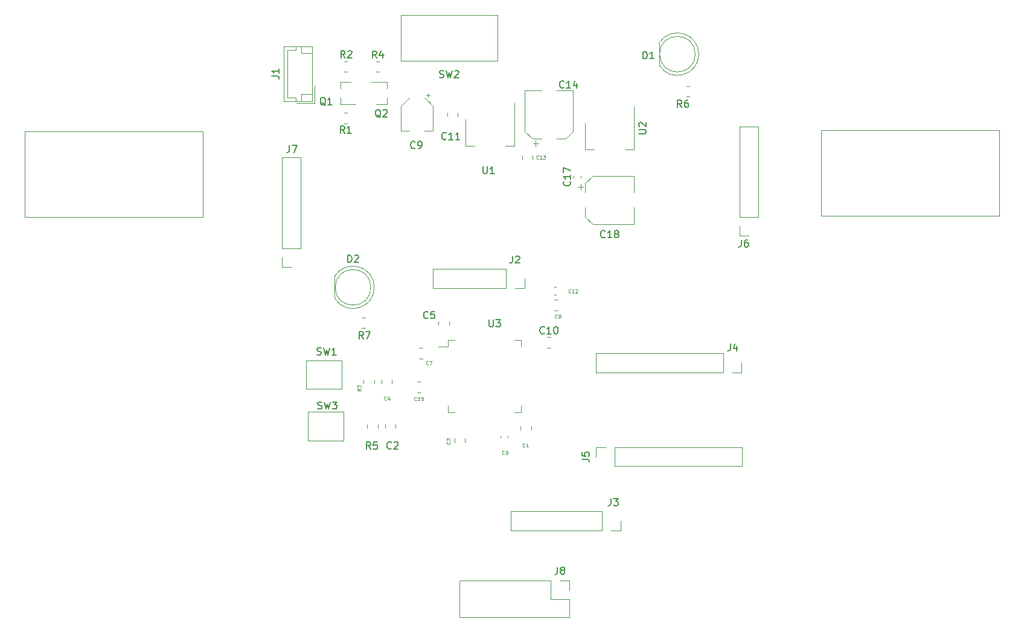
<source format=gbr>
%TF.GenerationSoftware,KiCad,Pcbnew,(5.1.9)-1*%
%TF.CreationDate,2021-05-12T23:16:12+02:00*%
%TF.ProjectId,PlytkaGlowna,506c7974-6b61-4476-9c6f-776e612e6b69,rev?*%
%TF.SameCoordinates,Original*%
%TF.FileFunction,Legend,Top*%
%TF.FilePolarity,Positive*%
%FSLAX46Y46*%
G04 Gerber Fmt 4.6, Leading zero omitted, Abs format (unit mm)*
G04 Created by KiCad (PCBNEW (5.1.9)-1) date 2021-05-12 23:16:12*
%MOMM*%
%LPD*%
G01*
G04 APERTURE LIST*
%ADD10C,0.120000*%
%ADD11C,0.150000*%
%ADD12C,0.125000*%
G04 APERTURE END LIST*
D10*
X236640000Y-75950000D02*
X236640000Y-87950000D01*
X211640000Y-87950000D02*
X236640000Y-87950000D01*
X211640000Y-75950000D02*
X236640000Y-75950000D01*
X211640000Y-75950000D02*
X211640000Y-87950000D01*
X125000000Y-76140000D02*
X125000000Y-88140000D01*
X100000000Y-76140000D02*
X125000000Y-76140000D01*
X100000000Y-88140000D02*
X125000000Y-88140000D01*
X100000000Y-76140000D02*
X100000000Y-88140000D01*
%TO.C,J6*%
X201540000Y-90760000D02*
X200210000Y-90760000D01*
X200210000Y-90760000D02*
X200210000Y-89430000D01*
X200210000Y-88160000D02*
X200210000Y-75400000D01*
X202870000Y-75400000D02*
X200210000Y-75400000D01*
X202870000Y-88160000D02*
X202870000Y-75400000D01*
X202870000Y-88160000D02*
X200210000Y-88160000D01*
%TO.C,J7*%
X138680000Y-92520000D02*
X136020000Y-92520000D01*
X138680000Y-92520000D02*
X138680000Y-79760000D01*
X138680000Y-79760000D02*
X136020000Y-79760000D01*
X136020000Y-92520000D02*
X136020000Y-79760000D01*
X136020000Y-95120000D02*
X136020000Y-93790000D01*
X137350000Y-95120000D02*
X136020000Y-95120000D01*
%TO.C,J5*%
X180120000Y-121804999D02*
X180120000Y-120474999D01*
X180120000Y-120474999D02*
X181450000Y-120474999D01*
X182720000Y-120474999D02*
X200560000Y-120474999D01*
X200560000Y-123134999D02*
X200560000Y-120474999D01*
X182720000Y-123134999D02*
X200560000Y-123134999D01*
X182720000Y-123134999D02*
X182720000Y-120474999D01*
%TO.C,U3*%
X168635001Y-115585001D02*
X169585001Y-115585001D01*
X169585001Y-115585001D02*
X169585001Y-114635001D01*
X160315001Y-115585001D02*
X159365001Y-115585001D01*
X159365001Y-115585001D02*
X159365001Y-114635001D01*
X168635001Y-105365001D02*
X169585001Y-105365001D01*
X169585001Y-105365001D02*
X169585001Y-106315001D01*
X160315001Y-105365001D02*
X159365001Y-105365001D01*
X159365001Y-105365001D02*
X159365001Y-106315001D01*
X159365001Y-106315001D02*
X158025001Y-106315001D01*
%TO.C,C6*%
X167760000Y-118853733D02*
X167760000Y-119146267D01*
X166740000Y-118853733D02*
X166740000Y-119146267D01*
%TO.C,C15*%
X155511252Y-112735000D02*
X154988748Y-112735000D01*
X155511252Y-111265000D02*
X154988748Y-111265000D01*
%TO.C,C1*%
X169515000Y-117488748D02*
X169515000Y-118011252D01*
X170985000Y-117488748D02*
X170985000Y-118011252D01*
%TO.C,C2*%
X150515000Y-117761252D02*
X150515000Y-117238748D01*
X151985000Y-117761252D02*
X151985000Y-117238748D01*
%TO.C,C3*%
X161735000Y-119238748D02*
X161735000Y-119761252D01*
X160265000Y-119238748D02*
X160265000Y-119761252D01*
%TO.C,C4*%
X150015000Y-111511252D02*
X150015000Y-110988748D01*
X151485000Y-111511252D02*
X151485000Y-110988748D01*
%TO.C,C5*%
X159485000Y-103261252D02*
X159485000Y-102738748D01*
X158015000Y-103261252D02*
X158015000Y-102738748D01*
%TO.C,C7*%
X155761252Y-106515000D02*
X155238748Y-106515000D01*
X155761252Y-107985000D02*
X155238748Y-107985000D01*
%TO.C,C8*%
X174238748Y-101235000D02*
X174761252Y-101235000D01*
X174238748Y-99765000D02*
X174761252Y-99765000D01*
%TO.C,C9*%
X152740000Y-76010000D02*
X153940000Y-76010000D01*
X157260000Y-76010000D02*
X156060000Y-76010000D01*
X157260000Y-72554437D02*
X157260000Y-76010000D01*
X152740000Y-72554437D02*
X152740000Y-76010000D01*
X153804437Y-71490000D02*
X153940000Y-71490000D01*
X156195563Y-71490000D02*
X156060000Y-71490000D01*
X156195563Y-71490000D02*
X157260000Y-72554437D01*
X153804437Y-71490000D02*
X152740000Y-72554437D01*
X156560000Y-70750000D02*
X156560000Y-71250000D01*
X156810000Y-71000000D02*
X156310000Y-71000000D01*
%TO.C,C10*%
X173238748Y-105015000D02*
X173761252Y-105015000D01*
X173238748Y-106485000D02*
X173761252Y-106485000D01*
%TO.C,C11*%
X160735000Y-73488748D02*
X160735000Y-74011252D01*
X159265000Y-73488748D02*
X159265000Y-74011252D01*
%TO.C,C12*%
X174216233Y-97990000D02*
X174508767Y-97990000D01*
X174216233Y-99010000D02*
X174508767Y-99010000D01*
%TO.C,C13*%
X171235000Y-79488748D02*
X171235000Y-80011252D01*
X169765000Y-79488748D02*
X169765000Y-80011252D01*
%TO.C,C14*%
X171258750Y-77793750D02*
X172046250Y-77793750D01*
X171652500Y-78187500D02*
X171652500Y-77400000D01*
X175845563Y-77160000D02*
X176910000Y-76095563D01*
X171154437Y-77160000D02*
X170090000Y-76095563D01*
X171154437Y-77160000D02*
X172440000Y-77160000D01*
X175845563Y-77160000D02*
X174560000Y-77160000D01*
X176910000Y-76095563D02*
X176910000Y-70340000D01*
X170090000Y-76095563D02*
X170090000Y-70340000D01*
X170090000Y-70340000D02*
X172440000Y-70340000D01*
X176910000Y-70340000D02*
X174560000Y-70340000D01*
%TO.C,C17*%
X176990000Y-82646267D02*
X176990000Y-82353733D01*
X178010000Y-82646267D02*
X178010000Y-82353733D01*
%TO.C,C18*%
X185410000Y-89160000D02*
X185410000Y-86810000D01*
X185410000Y-82340000D02*
X185410000Y-84690000D01*
X179654437Y-82340000D02*
X185410000Y-82340000D01*
X179654437Y-89160000D02*
X185410000Y-89160000D01*
X178590000Y-88095563D02*
X178590000Y-86810000D01*
X178590000Y-83404437D02*
X178590000Y-84690000D01*
X178590000Y-83404437D02*
X179654437Y-82340000D01*
X178590000Y-88095563D02*
X179654437Y-89160000D01*
X177562500Y-83902500D02*
X178350000Y-83902500D01*
X177956250Y-83508750D02*
X177956250Y-84296250D01*
%TO.C,D1*%
X194020000Y-65250000D02*
G75*
G03*
X194020000Y-65250000I-2500000J0D01*
G01*
X188960000Y-63705000D02*
X188960000Y-66795000D01*
X194510000Y-65250462D02*
G75*
G03*
X188960000Y-63705170I-2990000J462D01*
G01*
X194510000Y-65249538D02*
G75*
G02*
X188960000Y-66794830I-2990000J-462D01*
G01*
%TO.C,D2*%
X143460000Y-96455000D02*
X143460000Y-99545000D01*
X148520000Y-98000000D02*
G75*
G03*
X148520000Y-98000000I-2500000J0D01*
G01*
X149010000Y-97999538D02*
G75*
G02*
X143460000Y-99544830I-2990000J-462D01*
G01*
X149010000Y-98000462D02*
G75*
G03*
X143460000Y-96455170I-2990000J462D01*
G01*
%TO.C,J1*%
X136290000Y-71860000D02*
X140310000Y-71860000D01*
X140310000Y-71860000D02*
X140310000Y-64140000D01*
X140310000Y-64140000D02*
X136290000Y-64140000D01*
X136290000Y-64140000D02*
X136290000Y-71860000D01*
X138000000Y-71860000D02*
X138000000Y-71360000D01*
X138000000Y-71360000D02*
X136790000Y-71360000D01*
X136790000Y-71360000D02*
X136790000Y-64640000D01*
X136790000Y-64640000D02*
X138000000Y-64640000D01*
X138000000Y-64640000D02*
X138000000Y-64140000D01*
X138810000Y-71860000D02*
X138810000Y-70860000D01*
X138810000Y-70860000D02*
X140310000Y-70860000D01*
X138810000Y-64140000D02*
X138810000Y-65140000D01*
X138810000Y-65140000D02*
X140310000Y-65140000D01*
X138110000Y-72160000D02*
X140610000Y-72160000D01*
X140610000Y-72160000D02*
X140610000Y-69660000D01*
%TO.C,J2*%
X167480000Y-95420000D02*
X167480000Y-98080000D01*
X167480000Y-95420000D02*
X157260000Y-95420000D01*
X157260000Y-95420000D02*
X157260000Y-98080000D01*
X167480000Y-98080000D02*
X157260000Y-98080000D01*
X170080000Y-98080000D02*
X168750000Y-98080000D01*
X170080000Y-96750000D02*
X170080000Y-98080000D01*
%TO.C,J3*%
X180930000Y-129470000D02*
X180930000Y-132130000D01*
X180930000Y-129470000D02*
X168170000Y-129470000D01*
X168170000Y-129470000D02*
X168170000Y-132130000D01*
X180930000Y-132130000D02*
X168170000Y-132130000D01*
X183530000Y-132130000D02*
X182200000Y-132130000D01*
X183530000Y-130800000D02*
X183530000Y-132130000D01*
%TO.C,J4*%
X197930000Y-107280000D02*
X197930000Y-109940000D01*
X197930000Y-107280000D02*
X180090000Y-107280000D01*
X180090000Y-107280000D02*
X180090000Y-109940000D01*
X197930000Y-109940000D02*
X180090000Y-109940000D01*
X200530000Y-109940000D02*
X199200000Y-109940000D01*
X200530000Y-108610000D02*
X200530000Y-109940000D01*
%TO.C,J8*%
X160970000Y-139170000D02*
X160970000Y-144370000D01*
X173730000Y-139170000D02*
X160970000Y-139170000D01*
X176330000Y-144370000D02*
X160970000Y-144370000D01*
X173730000Y-139170000D02*
X173730000Y-141770000D01*
X173730000Y-141770000D02*
X176330000Y-141770000D01*
X176330000Y-141770000D02*
X176330000Y-144370000D01*
X175000000Y-139170000D02*
X176330000Y-139170000D01*
X176330000Y-139170000D02*
X176330000Y-140500000D01*
%TO.C,Q1*%
X144240000Y-69170000D02*
X144240000Y-70100000D01*
X144240000Y-72330000D02*
X144240000Y-71400000D01*
X144240000Y-72330000D02*
X146400000Y-72330000D01*
X144240000Y-69170000D02*
X145700000Y-69170000D01*
%TO.C,Q2*%
X150760000Y-72330000D02*
X149300000Y-72330000D01*
X150760000Y-69170000D02*
X148600000Y-69170000D01*
X150760000Y-69170000D02*
X150760000Y-70100000D01*
X150760000Y-72330000D02*
X150760000Y-71400000D01*
%TO.C,R1*%
X145227064Y-73515000D02*
X144772936Y-73515000D01*
X145227064Y-74985000D02*
X144772936Y-74985000D01*
%TO.C,R2*%
X145227064Y-67735000D02*
X144772936Y-67735000D01*
X145227064Y-66265000D02*
X144772936Y-66265000D01*
%TO.C,R3*%
X148985000Y-111022936D02*
X148985000Y-111477064D01*
X147515000Y-111022936D02*
X147515000Y-111477064D01*
%TO.C,R4*%
X149272936Y-67735000D02*
X149727064Y-67735000D01*
X149272936Y-66265000D02*
X149727064Y-66265000D01*
%TO.C,R5*%
X149485000Y-117272936D02*
X149485000Y-117727064D01*
X148015000Y-117272936D02*
X148015000Y-117727064D01*
%TO.C,R6*%
X192772936Y-69765000D02*
X193227064Y-69765000D01*
X192772936Y-71235000D02*
X193227064Y-71235000D01*
%TO.C,R7*%
X147272936Y-103735000D02*
X147727064Y-103735000D01*
X147272936Y-102265000D02*
X147727064Y-102265000D01*
%TO.C,SW1*%
X139450000Y-110250000D02*
X139450000Y-112250000D01*
X139450000Y-112250000D02*
X144450000Y-112250000D01*
X144450000Y-112250000D02*
X144450000Y-110250000D01*
X144450000Y-110250000D02*
X144450000Y-108250000D01*
X144450000Y-108250000D02*
X139450000Y-108250000D01*
X139450000Y-108250000D02*
X139450000Y-110250000D01*
%TO.C,SW2*%
X166300000Y-63000000D02*
X166300000Y-66200000D01*
X166300000Y-66200000D02*
X152700000Y-66200000D01*
X152700000Y-63000000D02*
X152700000Y-59800000D01*
X152700000Y-59800000D02*
X166300000Y-59800000D01*
X166300000Y-59800000D02*
X166300000Y-63200000D01*
X152700000Y-66200000D02*
X152700000Y-62800000D01*
%TO.C,SW3*%
X139700000Y-115500000D02*
X139700000Y-117500000D01*
X144700000Y-115500000D02*
X139700000Y-115500000D01*
X144700000Y-117500000D02*
X144700000Y-115500000D01*
X144700000Y-119500000D02*
X144700000Y-117500000D01*
X139700000Y-119500000D02*
X144700000Y-119500000D01*
X139700000Y-117500000D02*
X139700000Y-119500000D01*
%TO.C,U1*%
X168660000Y-72150000D02*
X168660000Y-78160000D01*
X161840000Y-74400000D02*
X161840000Y-78160000D01*
X168660000Y-78160000D02*
X167400000Y-78160000D01*
X161840000Y-78160000D02*
X163100000Y-78160000D01*
%TO.C,U2*%
X178590000Y-78660000D02*
X179850000Y-78660000D01*
X185410000Y-78660000D02*
X184150000Y-78660000D01*
X178590000Y-74900000D02*
X178590000Y-78660000D01*
X185410000Y-72650000D02*
X185410000Y-78660000D01*
%TD*%
%TO.C,J6*%
D11*
X200466666Y-91322380D02*
X200466666Y-92036666D01*
X200419047Y-92179523D01*
X200323809Y-92274761D01*
X200180952Y-92322380D01*
X200085714Y-92322380D01*
X201371428Y-91322380D02*
X201180952Y-91322380D01*
X201085714Y-91370000D01*
X201038095Y-91417619D01*
X200942857Y-91560476D01*
X200895238Y-91750952D01*
X200895238Y-92131904D01*
X200942857Y-92227142D01*
X200990476Y-92274761D01*
X201085714Y-92322380D01*
X201276190Y-92322380D01*
X201371428Y-92274761D01*
X201419047Y-92227142D01*
X201466666Y-92131904D01*
X201466666Y-91893809D01*
X201419047Y-91798571D01*
X201371428Y-91750952D01*
X201276190Y-91703333D01*
X201085714Y-91703333D01*
X200990476Y-91750952D01*
X200942857Y-91798571D01*
X200895238Y-91893809D01*
%TO.C,J7*%
X137106666Y-78072380D02*
X137106666Y-78786666D01*
X137059047Y-78929523D01*
X136963809Y-79024761D01*
X136820952Y-79072380D01*
X136725714Y-79072380D01*
X137487619Y-78072380D02*
X138154285Y-78072380D01*
X137725714Y-79072380D01*
%TO.C,J5*%
X178132380Y-122138332D02*
X178846666Y-122138332D01*
X178989523Y-122185951D01*
X179084761Y-122281189D01*
X179132380Y-122424046D01*
X179132380Y-122519284D01*
X178132380Y-121185951D02*
X178132380Y-121662141D01*
X178608571Y-121709760D01*
X178560952Y-121662141D01*
X178513333Y-121566903D01*
X178513333Y-121328808D01*
X178560952Y-121233570D01*
X178608571Y-121185951D01*
X178703809Y-121138332D01*
X178941904Y-121138332D01*
X179037142Y-121185951D01*
X179084761Y-121233570D01*
X179132380Y-121328808D01*
X179132380Y-121566903D01*
X179084761Y-121662141D01*
X179037142Y-121709760D01*
%TO.C,U3*%
X165118095Y-102542380D02*
X165118095Y-103351904D01*
X165165714Y-103447142D01*
X165213333Y-103494761D01*
X165308571Y-103542380D01*
X165499047Y-103542380D01*
X165594285Y-103494761D01*
X165641904Y-103447142D01*
X165689523Y-103351904D01*
X165689523Y-102542380D01*
X166070476Y-102542380D02*
X166689523Y-102542380D01*
X166356190Y-102923333D01*
X166499047Y-102923333D01*
X166594285Y-102970952D01*
X166641904Y-103018571D01*
X166689523Y-103113809D01*
X166689523Y-103351904D01*
X166641904Y-103447142D01*
X166594285Y-103494761D01*
X166499047Y-103542380D01*
X166213333Y-103542380D01*
X166118095Y-103494761D01*
X166070476Y-103447142D01*
%TO.C,C6*%
D12*
X167256666Y-121398571D02*
X167232857Y-121422380D01*
X167161428Y-121446190D01*
X167113809Y-121446190D01*
X167042380Y-121422380D01*
X166994761Y-121374761D01*
X166970952Y-121327142D01*
X166947142Y-121231904D01*
X166947142Y-121160476D01*
X166970952Y-121065238D01*
X166994761Y-121017619D01*
X167042380Y-120970000D01*
X167113809Y-120946190D01*
X167161428Y-120946190D01*
X167232857Y-120970000D01*
X167256666Y-120993809D01*
X167685238Y-120946190D02*
X167590000Y-120946190D01*
X167542380Y-120970000D01*
X167518571Y-120993809D01*
X167470952Y-121065238D01*
X167447142Y-121160476D01*
X167447142Y-121350952D01*
X167470952Y-121398571D01*
X167494761Y-121422380D01*
X167542380Y-121446190D01*
X167637619Y-121446190D01*
X167685238Y-121422380D01*
X167709047Y-121398571D01*
X167732857Y-121350952D01*
X167732857Y-121231904D01*
X167709047Y-121184285D01*
X167685238Y-121160476D01*
X167637619Y-121136666D01*
X167542380Y-121136666D01*
X167494761Y-121160476D01*
X167470952Y-121184285D01*
X167447142Y-121231904D01*
%TO.C,C15*%
X154928571Y-113858571D02*
X154904761Y-113882380D01*
X154833333Y-113906190D01*
X154785714Y-113906190D01*
X154714285Y-113882380D01*
X154666666Y-113834761D01*
X154642857Y-113787142D01*
X154619047Y-113691904D01*
X154619047Y-113620476D01*
X154642857Y-113525238D01*
X154666666Y-113477619D01*
X154714285Y-113430000D01*
X154785714Y-113406190D01*
X154833333Y-113406190D01*
X154904761Y-113430000D01*
X154928571Y-113453809D01*
X155404761Y-113906190D02*
X155119047Y-113906190D01*
X155261904Y-113906190D02*
X155261904Y-113406190D01*
X155214285Y-113477619D01*
X155166666Y-113525238D01*
X155119047Y-113549047D01*
X155857142Y-113406190D02*
X155619047Y-113406190D01*
X155595238Y-113644285D01*
X155619047Y-113620476D01*
X155666666Y-113596666D01*
X155785714Y-113596666D01*
X155833333Y-113620476D01*
X155857142Y-113644285D01*
X155880952Y-113691904D01*
X155880952Y-113810952D01*
X155857142Y-113858571D01*
X155833333Y-113882380D01*
X155785714Y-113906190D01*
X155666666Y-113906190D01*
X155619047Y-113882380D01*
X155595238Y-113858571D01*
%TO.C,C1*%
X170126666Y-120378571D02*
X170102857Y-120402380D01*
X170031428Y-120426190D01*
X169983809Y-120426190D01*
X169912380Y-120402380D01*
X169864761Y-120354761D01*
X169840952Y-120307142D01*
X169817142Y-120211904D01*
X169817142Y-120140476D01*
X169840952Y-120045238D01*
X169864761Y-119997619D01*
X169912380Y-119950000D01*
X169983809Y-119926190D01*
X170031428Y-119926190D01*
X170102857Y-119950000D01*
X170126666Y-119973809D01*
X170602857Y-120426190D02*
X170317142Y-120426190D01*
X170460000Y-120426190D02*
X170460000Y-119926190D01*
X170412380Y-119997619D01*
X170364761Y-120045238D01*
X170317142Y-120069047D01*
%TO.C,C2*%
D11*
X151403333Y-120607142D02*
X151355714Y-120654761D01*
X151212857Y-120702380D01*
X151117619Y-120702380D01*
X150974761Y-120654761D01*
X150879523Y-120559523D01*
X150831904Y-120464285D01*
X150784285Y-120273809D01*
X150784285Y-120130952D01*
X150831904Y-119940476D01*
X150879523Y-119845238D01*
X150974761Y-119750000D01*
X151117619Y-119702380D01*
X151212857Y-119702380D01*
X151355714Y-119750000D01*
X151403333Y-119797619D01*
X151784285Y-119797619D02*
X151831904Y-119750000D01*
X151927142Y-119702380D01*
X152165238Y-119702380D01*
X152260476Y-119750000D01*
X152308095Y-119797619D01*
X152355714Y-119892857D01*
X152355714Y-119988095D01*
X152308095Y-120130952D01*
X151736666Y-120702380D01*
X152355714Y-120702380D01*
%TO.C,C3*%
D12*
X159588571Y-119713333D02*
X159612380Y-119737142D01*
X159636190Y-119808571D01*
X159636190Y-119856190D01*
X159612380Y-119927619D01*
X159564761Y-119975238D01*
X159517142Y-119999047D01*
X159421904Y-120022857D01*
X159350476Y-120022857D01*
X159255238Y-119999047D01*
X159207619Y-119975238D01*
X159160000Y-119927619D01*
X159136190Y-119856190D01*
X159136190Y-119808571D01*
X159160000Y-119737142D01*
X159183809Y-119713333D01*
X159136190Y-119546666D02*
X159136190Y-119237142D01*
X159326666Y-119403809D01*
X159326666Y-119332380D01*
X159350476Y-119284761D01*
X159374285Y-119260952D01*
X159421904Y-119237142D01*
X159540952Y-119237142D01*
X159588571Y-119260952D01*
X159612380Y-119284761D01*
X159636190Y-119332380D01*
X159636190Y-119475238D01*
X159612380Y-119522857D01*
X159588571Y-119546666D01*
%TO.C,C4*%
X150696666Y-113788571D02*
X150672857Y-113812380D01*
X150601428Y-113836190D01*
X150553809Y-113836190D01*
X150482380Y-113812380D01*
X150434761Y-113764761D01*
X150410952Y-113717142D01*
X150387142Y-113621904D01*
X150387142Y-113550476D01*
X150410952Y-113455238D01*
X150434761Y-113407619D01*
X150482380Y-113360000D01*
X150553809Y-113336190D01*
X150601428Y-113336190D01*
X150672857Y-113360000D01*
X150696666Y-113383809D01*
X151125238Y-113502857D02*
X151125238Y-113836190D01*
X151006190Y-113312380D02*
X150887142Y-113669523D01*
X151196666Y-113669523D01*
%TO.C,C5*%
D11*
X156533333Y-102287142D02*
X156485714Y-102334761D01*
X156342857Y-102382380D01*
X156247619Y-102382380D01*
X156104761Y-102334761D01*
X156009523Y-102239523D01*
X155961904Y-102144285D01*
X155914285Y-101953809D01*
X155914285Y-101810952D01*
X155961904Y-101620476D01*
X156009523Y-101525238D01*
X156104761Y-101430000D01*
X156247619Y-101382380D01*
X156342857Y-101382380D01*
X156485714Y-101430000D01*
X156533333Y-101477619D01*
X157438095Y-101382380D02*
X156961904Y-101382380D01*
X156914285Y-101858571D01*
X156961904Y-101810952D01*
X157057142Y-101763333D01*
X157295238Y-101763333D01*
X157390476Y-101810952D01*
X157438095Y-101858571D01*
X157485714Y-101953809D01*
X157485714Y-102191904D01*
X157438095Y-102287142D01*
X157390476Y-102334761D01*
X157295238Y-102382380D01*
X157057142Y-102382380D01*
X156961904Y-102334761D01*
X156914285Y-102287142D01*
%TO.C,C7*%
D12*
X156576666Y-108838571D02*
X156552857Y-108862380D01*
X156481428Y-108886190D01*
X156433809Y-108886190D01*
X156362380Y-108862380D01*
X156314761Y-108814761D01*
X156290952Y-108767142D01*
X156267142Y-108671904D01*
X156267142Y-108600476D01*
X156290952Y-108505238D01*
X156314761Y-108457619D01*
X156362380Y-108410000D01*
X156433809Y-108386190D01*
X156481428Y-108386190D01*
X156552857Y-108410000D01*
X156576666Y-108433809D01*
X156743333Y-108386190D02*
X157076666Y-108386190D01*
X156862380Y-108886190D01*
%TO.C,C8*%
X174666666Y-102268571D02*
X174642857Y-102292380D01*
X174571428Y-102316190D01*
X174523809Y-102316190D01*
X174452380Y-102292380D01*
X174404761Y-102244761D01*
X174380952Y-102197142D01*
X174357142Y-102101904D01*
X174357142Y-102030476D01*
X174380952Y-101935238D01*
X174404761Y-101887619D01*
X174452380Y-101840000D01*
X174523809Y-101816190D01*
X174571428Y-101816190D01*
X174642857Y-101840000D01*
X174666666Y-101863809D01*
X174952380Y-102030476D02*
X174904761Y-102006666D01*
X174880952Y-101982857D01*
X174857142Y-101935238D01*
X174857142Y-101911428D01*
X174880952Y-101863809D01*
X174904761Y-101840000D01*
X174952380Y-101816190D01*
X175047619Y-101816190D01*
X175095238Y-101840000D01*
X175119047Y-101863809D01*
X175142857Y-101911428D01*
X175142857Y-101935238D01*
X175119047Y-101982857D01*
X175095238Y-102006666D01*
X175047619Y-102030476D01*
X174952380Y-102030476D01*
X174904761Y-102054285D01*
X174880952Y-102078095D01*
X174857142Y-102125714D01*
X174857142Y-102220952D01*
X174880952Y-102268571D01*
X174904761Y-102292380D01*
X174952380Y-102316190D01*
X175047619Y-102316190D01*
X175095238Y-102292380D01*
X175119047Y-102268571D01*
X175142857Y-102220952D01*
X175142857Y-102125714D01*
X175119047Y-102078095D01*
X175095238Y-102054285D01*
X175047619Y-102030476D01*
%TO.C,C9*%
D11*
X154713333Y-78397142D02*
X154665714Y-78444761D01*
X154522857Y-78492380D01*
X154427619Y-78492380D01*
X154284761Y-78444761D01*
X154189523Y-78349523D01*
X154141904Y-78254285D01*
X154094285Y-78063809D01*
X154094285Y-77920952D01*
X154141904Y-77730476D01*
X154189523Y-77635238D01*
X154284761Y-77540000D01*
X154427619Y-77492380D01*
X154522857Y-77492380D01*
X154665714Y-77540000D01*
X154713333Y-77587619D01*
X155189523Y-78492380D02*
X155380000Y-78492380D01*
X155475238Y-78444761D01*
X155522857Y-78397142D01*
X155618095Y-78254285D01*
X155665714Y-78063809D01*
X155665714Y-77682857D01*
X155618095Y-77587619D01*
X155570476Y-77540000D01*
X155475238Y-77492380D01*
X155284761Y-77492380D01*
X155189523Y-77540000D01*
X155141904Y-77587619D01*
X155094285Y-77682857D01*
X155094285Y-77920952D01*
X155141904Y-78016190D01*
X155189523Y-78063809D01*
X155284761Y-78111428D01*
X155475238Y-78111428D01*
X155570476Y-78063809D01*
X155618095Y-78016190D01*
X155665714Y-77920952D01*
%TO.C,C10*%
X172857142Y-104427142D02*
X172809523Y-104474761D01*
X172666666Y-104522380D01*
X172571428Y-104522380D01*
X172428571Y-104474761D01*
X172333333Y-104379523D01*
X172285714Y-104284285D01*
X172238095Y-104093809D01*
X172238095Y-103950952D01*
X172285714Y-103760476D01*
X172333333Y-103665238D01*
X172428571Y-103570000D01*
X172571428Y-103522380D01*
X172666666Y-103522380D01*
X172809523Y-103570000D01*
X172857142Y-103617619D01*
X173809523Y-104522380D02*
X173238095Y-104522380D01*
X173523809Y-104522380D02*
X173523809Y-103522380D01*
X173428571Y-103665238D01*
X173333333Y-103760476D01*
X173238095Y-103808095D01*
X174428571Y-103522380D02*
X174523809Y-103522380D01*
X174619047Y-103570000D01*
X174666666Y-103617619D01*
X174714285Y-103712857D01*
X174761904Y-103903333D01*
X174761904Y-104141428D01*
X174714285Y-104331904D01*
X174666666Y-104427142D01*
X174619047Y-104474761D01*
X174523809Y-104522380D01*
X174428571Y-104522380D01*
X174333333Y-104474761D01*
X174285714Y-104427142D01*
X174238095Y-104331904D01*
X174190476Y-104141428D01*
X174190476Y-103903333D01*
X174238095Y-103712857D01*
X174285714Y-103617619D01*
X174333333Y-103570000D01*
X174428571Y-103522380D01*
%TO.C,C11*%
X159077142Y-77157142D02*
X159029523Y-77204761D01*
X158886666Y-77252380D01*
X158791428Y-77252380D01*
X158648571Y-77204761D01*
X158553333Y-77109523D01*
X158505714Y-77014285D01*
X158458095Y-76823809D01*
X158458095Y-76680952D01*
X158505714Y-76490476D01*
X158553333Y-76395238D01*
X158648571Y-76300000D01*
X158791428Y-76252380D01*
X158886666Y-76252380D01*
X159029523Y-76300000D01*
X159077142Y-76347619D01*
X160029523Y-77252380D02*
X159458095Y-77252380D01*
X159743809Y-77252380D02*
X159743809Y-76252380D01*
X159648571Y-76395238D01*
X159553333Y-76490476D01*
X159458095Y-76538095D01*
X160981904Y-77252380D02*
X160410476Y-77252380D01*
X160696190Y-77252380D02*
X160696190Y-76252380D01*
X160600952Y-76395238D01*
X160505714Y-76490476D01*
X160410476Y-76538095D01*
%TO.C,C12*%
D12*
X176568571Y-98718571D02*
X176544761Y-98742380D01*
X176473333Y-98766190D01*
X176425714Y-98766190D01*
X176354285Y-98742380D01*
X176306666Y-98694761D01*
X176282857Y-98647142D01*
X176259047Y-98551904D01*
X176259047Y-98480476D01*
X176282857Y-98385238D01*
X176306666Y-98337619D01*
X176354285Y-98290000D01*
X176425714Y-98266190D01*
X176473333Y-98266190D01*
X176544761Y-98290000D01*
X176568571Y-98313809D01*
X177044761Y-98766190D02*
X176759047Y-98766190D01*
X176901904Y-98766190D02*
X176901904Y-98266190D01*
X176854285Y-98337619D01*
X176806666Y-98385238D01*
X176759047Y-98409047D01*
X177235238Y-98313809D02*
X177259047Y-98290000D01*
X177306666Y-98266190D01*
X177425714Y-98266190D01*
X177473333Y-98290000D01*
X177497142Y-98313809D01*
X177520952Y-98361428D01*
X177520952Y-98409047D01*
X177497142Y-98480476D01*
X177211428Y-98766190D01*
X177520952Y-98766190D01*
%TO.C,C13*%
X172038571Y-79918571D02*
X172014761Y-79942380D01*
X171943333Y-79966190D01*
X171895714Y-79966190D01*
X171824285Y-79942380D01*
X171776666Y-79894761D01*
X171752857Y-79847142D01*
X171729047Y-79751904D01*
X171729047Y-79680476D01*
X171752857Y-79585238D01*
X171776666Y-79537619D01*
X171824285Y-79490000D01*
X171895714Y-79466190D01*
X171943333Y-79466190D01*
X172014761Y-79490000D01*
X172038571Y-79513809D01*
X172514761Y-79966190D02*
X172229047Y-79966190D01*
X172371904Y-79966190D02*
X172371904Y-79466190D01*
X172324285Y-79537619D01*
X172276666Y-79585238D01*
X172229047Y-79609047D01*
X172681428Y-79466190D02*
X172990952Y-79466190D01*
X172824285Y-79656666D01*
X172895714Y-79656666D01*
X172943333Y-79680476D01*
X172967142Y-79704285D01*
X172990952Y-79751904D01*
X172990952Y-79870952D01*
X172967142Y-79918571D01*
X172943333Y-79942380D01*
X172895714Y-79966190D01*
X172752857Y-79966190D01*
X172705238Y-79942380D01*
X172681428Y-79918571D01*
%TO.C,C14*%
D11*
X175587142Y-69917142D02*
X175539523Y-69964761D01*
X175396666Y-70012380D01*
X175301428Y-70012380D01*
X175158571Y-69964761D01*
X175063333Y-69869523D01*
X175015714Y-69774285D01*
X174968095Y-69583809D01*
X174968095Y-69440952D01*
X175015714Y-69250476D01*
X175063333Y-69155238D01*
X175158571Y-69060000D01*
X175301428Y-69012380D01*
X175396666Y-69012380D01*
X175539523Y-69060000D01*
X175587142Y-69107619D01*
X176539523Y-70012380D02*
X175968095Y-70012380D01*
X176253809Y-70012380D02*
X176253809Y-69012380D01*
X176158571Y-69155238D01*
X176063333Y-69250476D01*
X175968095Y-69298095D01*
X177396666Y-69345714D02*
X177396666Y-70012380D01*
X177158571Y-68964761D02*
X176920476Y-69679047D01*
X177539523Y-69679047D01*
%TO.C,C17*%
X176427142Y-83142857D02*
X176474761Y-83190476D01*
X176522380Y-83333333D01*
X176522380Y-83428571D01*
X176474761Y-83571428D01*
X176379523Y-83666666D01*
X176284285Y-83714285D01*
X176093809Y-83761904D01*
X175950952Y-83761904D01*
X175760476Y-83714285D01*
X175665238Y-83666666D01*
X175570000Y-83571428D01*
X175522380Y-83428571D01*
X175522380Y-83333333D01*
X175570000Y-83190476D01*
X175617619Y-83142857D01*
X176522380Y-82190476D02*
X176522380Y-82761904D01*
X176522380Y-82476190D02*
X175522380Y-82476190D01*
X175665238Y-82571428D01*
X175760476Y-82666666D01*
X175808095Y-82761904D01*
X175522380Y-81857142D02*
X175522380Y-81190476D01*
X176522380Y-81619047D01*
%TO.C,C18*%
X181367142Y-90937142D02*
X181319523Y-90984761D01*
X181176666Y-91032380D01*
X181081428Y-91032380D01*
X180938571Y-90984761D01*
X180843333Y-90889523D01*
X180795714Y-90794285D01*
X180748095Y-90603809D01*
X180748095Y-90460952D01*
X180795714Y-90270476D01*
X180843333Y-90175238D01*
X180938571Y-90080000D01*
X181081428Y-90032380D01*
X181176666Y-90032380D01*
X181319523Y-90080000D01*
X181367142Y-90127619D01*
X182319523Y-91032380D02*
X181748095Y-91032380D01*
X182033809Y-91032380D02*
X182033809Y-90032380D01*
X181938571Y-90175238D01*
X181843333Y-90270476D01*
X181748095Y-90318095D01*
X182890952Y-90460952D02*
X182795714Y-90413333D01*
X182748095Y-90365714D01*
X182700476Y-90270476D01*
X182700476Y-90222857D01*
X182748095Y-90127619D01*
X182795714Y-90080000D01*
X182890952Y-90032380D01*
X183081428Y-90032380D01*
X183176666Y-90080000D01*
X183224285Y-90127619D01*
X183271904Y-90222857D01*
X183271904Y-90270476D01*
X183224285Y-90365714D01*
X183176666Y-90413333D01*
X183081428Y-90460952D01*
X182890952Y-90460952D01*
X182795714Y-90508571D01*
X182748095Y-90556190D01*
X182700476Y-90651428D01*
X182700476Y-90841904D01*
X182748095Y-90937142D01*
X182795714Y-90984761D01*
X182890952Y-91032380D01*
X183081428Y-91032380D01*
X183176666Y-90984761D01*
X183224285Y-90937142D01*
X183271904Y-90841904D01*
X183271904Y-90651428D01*
X183224285Y-90556190D01*
X183176666Y-90508571D01*
X183081428Y-90460952D01*
%TO.C,D1*%
X186691904Y-65902380D02*
X186691904Y-64902380D01*
X186930000Y-64902380D01*
X187072857Y-64950000D01*
X187168095Y-65045238D01*
X187215714Y-65140476D01*
X187263333Y-65330952D01*
X187263333Y-65473809D01*
X187215714Y-65664285D01*
X187168095Y-65759523D01*
X187072857Y-65854761D01*
X186930000Y-65902380D01*
X186691904Y-65902380D01*
X188215714Y-65902380D02*
X187644285Y-65902380D01*
X187930000Y-65902380D02*
X187930000Y-64902380D01*
X187834761Y-65045238D01*
X187739523Y-65140476D01*
X187644285Y-65188095D01*
%TO.C,D2*%
X145281904Y-94492380D02*
X145281904Y-93492380D01*
X145520000Y-93492380D01*
X145662857Y-93540000D01*
X145758095Y-93635238D01*
X145805714Y-93730476D01*
X145853333Y-93920952D01*
X145853333Y-94063809D01*
X145805714Y-94254285D01*
X145758095Y-94349523D01*
X145662857Y-94444761D01*
X145520000Y-94492380D01*
X145281904Y-94492380D01*
X146234285Y-93587619D02*
X146281904Y-93540000D01*
X146377142Y-93492380D01*
X146615238Y-93492380D01*
X146710476Y-93540000D01*
X146758095Y-93587619D01*
X146805714Y-93682857D01*
X146805714Y-93778095D01*
X146758095Y-93920952D01*
X146186666Y-94492380D01*
X146805714Y-94492380D01*
%TO.C,J1*%
X134652380Y-68333333D02*
X135366666Y-68333333D01*
X135509523Y-68380952D01*
X135604761Y-68476190D01*
X135652380Y-68619047D01*
X135652380Y-68714285D01*
X135652380Y-67333333D02*
X135652380Y-67904761D01*
X135652380Y-67619047D02*
X134652380Y-67619047D01*
X134795238Y-67714285D01*
X134890476Y-67809523D01*
X134938095Y-67904761D01*
%TO.C,J2*%
X168386666Y-93592380D02*
X168386666Y-94306666D01*
X168339047Y-94449523D01*
X168243809Y-94544761D01*
X168100952Y-94592380D01*
X168005714Y-94592380D01*
X168815238Y-93687619D02*
X168862857Y-93640000D01*
X168958095Y-93592380D01*
X169196190Y-93592380D01*
X169291428Y-93640000D01*
X169339047Y-93687619D01*
X169386666Y-93782857D01*
X169386666Y-93878095D01*
X169339047Y-94020952D01*
X168767619Y-94592380D01*
X169386666Y-94592380D01*
%TO.C,J3*%
X182186666Y-127662380D02*
X182186666Y-128376666D01*
X182139047Y-128519523D01*
X182043809Y-128614761D01*
X181900952Y-128662380D01*
X181805714Y-128662380D01*
X182567619Y-127662380D02*
X183186666Y-127662380D01*
X182853333Y-128043333D01*
X182996190Y-128043333D01*
X183091428Y-128090952D01*
X183139047Y-128138571D01*
X183186666Y-128233809D01*
X183186666Y-128471904D01*
X183139047Y-128567142D01*
X183091428Y-128614761D01*
X182996190Y-128662380D01*
X182710476Y-128662380D01*
X182615238Y-128614761D01*
X182567619Y-128567142D01*
%TO.C,J4*%
X198926666Y-105922380D02*
X198926666Y-106636666D01*
X198879047Y-106779523D01*
X198783809Y-106874761D01*
X198640952Y-106922380D01*
X198545714Y-106922380D01*
X199831428Y-106255714D02*
X199831428Y-106922380D01*
X199593333Y-105874761D02*
X199355238Y-106589047D01*
X199974285Y-106589047D01*
%TO.C,J8*%
X174696666Y-137302380D02*
X174696666Y-138016666D01*
X174649047Y-138159523D01*
X174553809Y-138254761D01*
X174410952Y-138302380D01*
X174315714Y-138302380D01*
X175315714Y-137730952D02*
X175220476Y-137683333D01*
X175172857Y-137635714D01*
X175125238Y-137540476D01*
X175125238Y-137492857D01*
X175172857Y-137397619D01*
X175220476Y-137350000D01*
X175315714Y-137302380D01*
X175506190Y-137302380D01*
X175601428Y-137350000D01*
X175649047Y-137397619D01*
X175696666Y-137492857D01*
X175696666Y-137540476D01*
X175649047Y-137635714D01*
X175601428Y-137683333D01*
X175506190Y-137730952D01*
X175315714Y-137730952D01*
X175220476Y-137778571D01*
X175172857Y-137826190D01*
X175125238Y-137921428D01*
X175125238Y-138111904D01*
X175172857Y-138207142D01*
X175220476Y-138254761D01*
X175315714Y-138302380D01*
X175506190Y-138302380D01*
X175601428Y-138254761D01*
X175649047Y-138207142D01*
X175696666Y-138111904D01*
X175696666Y-137921428D01*
X175649047Y-137826190D01*
X175601428Y-137778571D01*
X175506190Y-137730952D01*
%TO.C,Q1*%
X142164761Y-72437619D02*
X142069523Y-72390000D01*
X141974285Y-72294761D01*
X141831428Y-72151904D01*
X141736190Y-72104285D01*
X141640952Y-72104285D01*
X141688571Y-72342380D02*
X141593333Y-72294761D01*
X141498095Y-72199523D01*
X141450476Y-72009047D01*
X141450476Y-71675714D01*
X141498095Y-71485238D01*
X141593333Y-71390000D01*
X141688571Y-71342380D01*
X141879047Y-71342380D01*
X141974285Y-71390000D01*
X142069523Y-71485238D01*
X142117142Y-71675714D01*
X142117142Y-72009047D01*
X142069523Y-72199523D01*
X141974285Y-72294761D01*
X141879047Y-72342380D01*
X141688571Y-72342380D01*
X143069523Y-72342380D02*
X142498095Y-72342380D01*
X142783809Y-72342380D02*
X142783809Y-71342380D01*
X142688571Y-71485238D01*
X142593333Y-71580476D01*
X142498095Y-71628095D01*
%TO.C,Q2*%
X149894761Y-74127619D02*
X149799523Y-74080000D01*
X149704285Y-73984761D01*
X149561428Y-73841904D01*
X149466190Y-73794285D01*
X149370952Y-73794285D01*
X149418571Y-74032380D02*
X149323333Y-73984761D01*
X149228095Y-73889523D01*
X149180476Y-73699047D01*
X149180476Y-73365714D01*
X149228095Y-73175238D01*
X149323333Y-73080000D01*
X149418571Y-73032380D01*
X149609047Y-73032380D01*
X149704285Y-73080000D01*
X149799523Y-73175238D01*
X149847142Y-73365714D01*
X149847142Y-73699047D01*
X149799523Y-73889523D01*
X149704285Y-73984761D01*
X149609047Y-74032380D01*
X149418571Y-74032380D01*
X150228095Y-73127619D02*
X150275714Y-73080000D01*
X150370952Y-73032380D01*
X150609047Y-73032380D01*
X150704285Y-73080000D01*
X150751904Y-73127619D01*
X150799523Y-73222857D01*
X150799523Y-73318095D01*
X150751904Y-73460952D01*
X150180476Y-74032380D01*
X150799523Y-74032380D01*
%TO.C,R1*%
X144833333Y-76352380D02*
X144500000Y-75876190D01*
X144261904Y-76352380D02*
X144261904Y-75352380D01*
X144642857Y-75352380D01*
X144738095Y-75400000D01*
X144785714Y-75447619D01*
X144833333Y-75542857D01*
X144833333Y-75685714D01*
X144785714Y-75780952D01*
X144738095Y-75828571D01*
X144642857Y-75876190D01*
X144261904Y-75876190D01*
X145785714Y-76352380D02*
X145214285Y-76352380D01*
X145500000Y-76352380D02*
X145500000Y-75352380D01*
X145404761Y-75495238D01*
X145309523Y-75590476D01*
X145214285Y-75638095D01*
%TO.C,R2*%
X144903333Y-65762380D02*
X144570000Y-65286190D01*
X144331904Y-65762380D02*
X144331904Y-64762380D01*
X144712857Y-64762380D01*
X144808095Y-64810000D01*
X144855714Y-64857619D01*
X144903333Y-64952857D01*
X144903333Y-65095714D01*
X144855714Y-65190952D01*
X144808095Y-65238571D01*
X144712857Y-65286190D01*
X144331904Y-65286190D01*
X145284285Y-64857619D02*
X145331904Y-64810000D01*
X145427142Y-64762380D01*
X145665238Y-64762380D01*
X145760476Y-64810000D01*
X145808095Y-64857619D01*
X145855714Y-64952857D01*
X145855714Y-65048095D01*
X145808095Y-65190952D01*
X145236666Y-65762380D01*
X145855714Y-65762380D01*
%TO.C,R3*%
D12*
X147116190Y-112263333D02*
X146878095Y-112430000D01*
X147116190Y-112549047D02*
X146616190Y-112549047D01*
X146616190Y-112358571D01*
X146640000Y-112310952D01*
X146663809Y-112287142D01*
X146711428Y-112263333D01*
X146782857Y-112263333D01*
X146830476Y-112287142D01*
X146854285Y-112310952D01*
X146878095Y-112358571D01*
X146878095Y-112549047D01*
X146616190Y-112096666D02*
X146616190Y-111787142D01*
X146806666Y-111953809D01*
X146806666Y-111882380D01*
X146830476Y-111834761D01*
X146854285Y-111810952D01*
X146901904Y-111787142D01*
X147020952Y-111787142D01*
X147068571Y-111810952D01*
X147092380Y-111834761D01*
X147116190Y-111882380D01*
X147116190Y-112025238D01*
X147092380Y-112072857D01*
X147068571Y-112096666D01*
%TO.C,R4*%
D11*
X149333333Y-65802380D02*
X149000000Y-65326190D01*
X148761904Y-65802380D02*
X148761904Y-64802380D01*
X149142857Y-64802380D01*
X149238095Y-64850000D01*
X149285714Y-64897619D01*
X149333333Y-64992857D01*
X149333333Y-65135714D01*
X149285714Y-65230952D01*
X149238095Y-65278571D01*
X149142857Y-65326190D01*
X148761904Y-65326190D01*
X150190476Y-65135714D02*
X150190476Y-65802380D01*
X149952380Y-64754761D02*
X149714285Y-65469047D01*
X150333333Y-65469047D01*
%TO.C,R5*%
X148493333Y-120732380D02*
X148160000Y-120256190D01*
X147921904Y-120732380D02*
X147921904Y-119732380D01*
X148302857Y-119732380D01*
X148398095Y-119780000D01*
X148445714Y-119827619D01*
X148493333Y-119922857D01*
X148493333Y-120065714D01*
X148445714Y-120160952D01*
X148398095Y-120208571D01*
X148302857Y-120256190D01*
X147921904Y-120256190D01*
X149398095Y-119732380D02*
X148921904Y-119732380D01*
X148874285Y-120208571D01*
X148921904Y-120160952D01*
X149017142Y-120113333D01*
X149255238Y-120113333D01*
X149350476Y-120160952D01*
X149398095Y-120208571D01*
X149445714Y-120303809D01*
X149445714Y-120541904D01*
X149398095Y-120637142D01*
X149350476Y-120684761D01*
X149255238Y-120732380D01*
X149017142Y-120732380D01*
X148921904Y-120684761D01*
X148874285Y-120637142D01*
%TO.C,R6*%
X192123333Y-72722380D02*
X191790000Y-72246190D01*
X191551904Y-72722380D02*
X191551904Y-71722380D01*
X191932857Y-71722380D01*
X192028095Y-71770000D01*
X192075714Y-71817619D01*
X192123333Y-71912857D01*
X192123333Y-72055714D01*
X192075714Y-72150952D01*
X192028095Y-72198571D01*
X191932857Y-72246190D01*
X191551904Y-72246190D01*
X192980476Y-71722380D02*
X192790000Y-71722380D01*
X192694761Y-71770000D01*
X192647142Y-71817619D01*
X192551904Y-71960476D01*
X192504285Y-72150952D01*
X192504285Y-72531904D01*
X192551904Y-72627142D01*
X192599523Y-72674761D01*
X192694761Y-72722380D01*
X192885238Y-72722380D01*
X192980476Y-72674761D01*
X193028095Y-72627142D01*
X193075714Y-72531904D01*
X193075714Y-72293809D01*
X193028095Y-72198571D01*
X192980476Y-72150952D01*
X192885238Y-72103333D01*
X192694761Y-72103333D01*
X192599523Y-72150952D01*
X192551904Y-72198571D01*
X192504285Y-72293809D01*
%TO.C,R7*%
X147463333Y-105232380D02*
X147130000Y-104756190D01*
X146891904Y-105232380D02*
X146891904Y-104232380D01*
X147272857Y-104232380D01*
X147368095Y-104280000D01*
X147415714Y-104327619D01*
X147463333Y-104422857D01*
X147463333Y-104565714D01*
X147415714Y-104660952D01*
X147368095Y-104708571D01*
X147272857Y-104756190D01*
X146891904Y-104756190D01*
X147796666Y-104232380D02*
X148463333Y-104232380D01*
X148034761Y-105232380D01*
%TO.C,SW1*%
X140996666Y-107444761D02*
X141139523Y-107492380D01*
X141377619Y-107492380D01*
X141472857Y-107444761D01*
X141520476Y-107397142D01*
X141568095Y-107301904D01*
X141568095Y-107206666D01*
X141520476Y-107111428D01*
X141472857Y-107063809D01*
X141377619Y-107016190D01*
X141187142Y-106968571D01*
X141091904Y-106920952D01*
X141044285Y-106873333D01*
X140996666Y-106778095D01*
X140996666Y-106682857D01*
X141044285Y-106587619D01*
X141091904Y-106540000D01*
X141187142Y-106492380D01*
X141425238Y-106492380D01*
X141568095Y-106540000D01*
X141901428Y-106492380D02*
X142139523Y-107492380D01*
X142330000Y-106778095D01*
X142520476Y-107492380D01*
X142758571Y-106492380D01*
X143663333Y-107492380D02*
X143091904Y-107492380D01*
X143377619Y-107492380D02*
X143377619Y-106492380D01*
X143282380Y-106635238D01*
X143187142Y-106730476D01*
X143091904Y-106778095D01*
%TO.C,SW2*%
X158166666Y-68504761D02*
X158309523Y-68552380D01*
X158547619Y-68552380D01*
X158642857Y-68504761D01*
X158690476Y-68457142D01*
X158738095Y-68361904D01*
X158738095Y-68266666D01*
X158690476Y-68171428D01*
X158642857Y-68123809D01*
X158547619Y-68076190D01*
X158357142Y-68028571D01*
X158261904Y-67980952D01*
X158214285Y-67933333D01*
X158166666Y-67838095D01*
X158166666Y-67742857D01*
X158214285Y-67647619D01*
X158261904Y-67600000D01*
X158357142Y-67552380D01*
X158595238Y-67552380D01*
X158738095Y-67600000D01*
X159071428Y-67552380D02*
X159309523Y-68552380D01*
X159500000Y-67838095D01*
X159690476Y-68552380D01*
X159928571Y-67552380D01*
X160261904Y-67647619D02*
X160309523Y-67600000D01*
X160404761Y-67552380D01*
X160642857Y-67552380D01*
X160738095Y-67600000D01*
X160785714Y-67647619D01*
X160833333Y-67742857D01*
X160833333Y-67838095D01*
X160785714Y-67980952D01*
X160214285Y-68552380D01*
X160833333Y-68552380D01*
%TO.C,SW3*%
X141096666Y-115044761D02*
X141239523Y-115092380D01*
X141477619Y-115092380D01*
X141572857Y-115044761D01*
X141620476Y-114997142D01*
X141668095Y-114901904D01*
X141668095Y-114806666D01*
X141620476Y-114711428D01*
X141572857Y-114663809D01*
X141477619Y-114616190D01*
X141287142Y-114568571D01*
X141191904Y-114520952D01*
X141144285Y-114473333D01*
X141096666Y-114378095D01*
X141096666Y-114282857D01*
X141144285Y-114187619D01*
X141191904Y-114140000D01*
X141287142Y-114092380D01*
X141525238Y-114092380D01*
X141668095Y-114140000D01*
X142001428Y-114092380D02*
X142239523Y-115092380D01*
X142430000Y-114378095D01*
X142620476Y-115092380D01*
X142858571Y-114092380D01*
X143144285Y-114092380D02*
X143763333Y-114092380D01*
X143430000Y-114473333D01*
X143572857Y-114473333D01*
X143668095Y-114520952D01*
X143715714Y-114568571D01*
X143763333Y-114663809D01*
X143763333Y-114901904D01*
X143715714Y-114997142D01*
X143668095Y-115044761D01*
X143572857Y-115092380D01*
X143287142Y-115092380D01*
X143191904Y-115044761D01*
X143144285Y-114997142D01*
%TO.C,U1*%
X164278095Y-81032380D02*
X164278095Y-81841904D01*
X164325714Y-81937142D01*
X164373333Y-81984761D01*
X164468571Y-82032380D01*
X164659047Y-82032380D01*
X164754285Y-81984761D01*
X164801904Y-81937142D01*
X164849523Y-81841904D01*
X164849523Y-81032380D01*
X165849523Y-82032380D02*
X165278095Y-82032380D01*
X165563809Y-82032380D02*
X165563809Y-81032380D01*
X165468571Y-81175238D01*
X165373333Y-81270476D01*
X165278095Y-81318095D01*
%TO.C,U2*%
X186112380Y-76411904D02*
X186921904Y-76411904D01*
X187017142Y-76364285D01*
X187064761Y-76316666D01*
X187112380Y-76221428D01*
X187112380Y-76030952D01*
X187064761Y-75935714D01*
X187017142Y-75888095D01*
X186921904Y-75840476D01*
X186112380Y-75840476D01*
X186207619Y-75411904D02*
X186160000Y-75364285D01*
X186112380Y-75269047D01*
X186112380Y-75030952D01*
X186160000Y-74935714D01*
X186207619Y-74888095D01*
X186302857Y-74840476D01*
X186398095Y-74840476D01*
X186540952Y-74888095D01*
X187112380Y-75459523D01*
X187112380Y-74840476D01*
%TD*%
M02*

</source>
